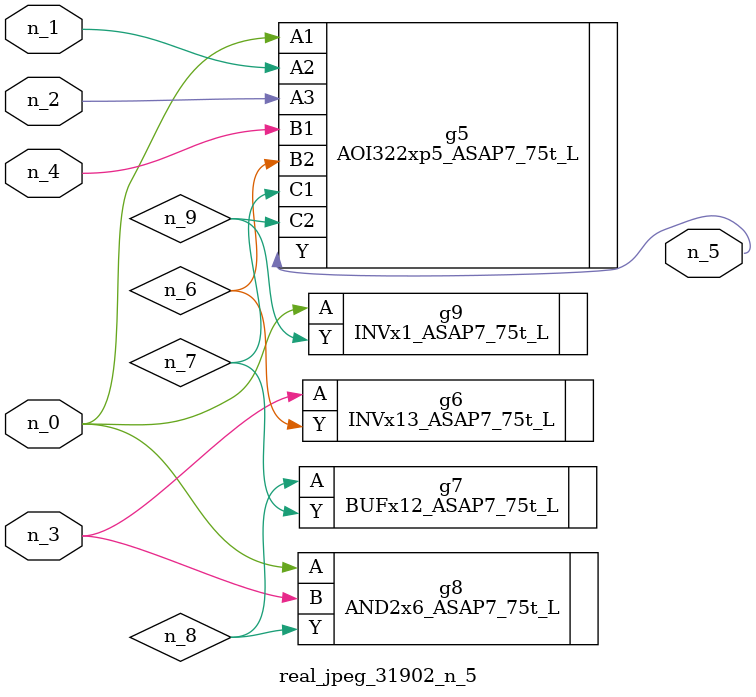
<source format=v>
module real_jpeg_31902_n_5 (n_4, n_0, n_1, n_2, n_3, n_5);

input n_4;
input n_0;
input n_1;
input n_2;
input n_3;

output n_5;

wire n_8;
wire n_6;
wire n_7;
wire n_9;

AOI322xp5_ASAP7_75t_L g5 ( 
.A1(n_0),
.A2(n_1),
.A3(n_2),
.B1(n_4),
.B2(n_6),
.C1(n_7),
.C2(n_9),
.Y(n_5)
);

AND2x6_ASAP7_75t_L g8 ( 
.A(n_0),
.B(n_3),
.Y(n_8)
);

INVx1_ASAP7_75t_L g9 ( 
.A(n_0),
.Y(n_9)
);

INVx13_ASAP7_75t_L g6 ( 
.A(n_3),
.Y(n_6)
);

BUFx12_ASAP7_75t_L g7 ( 
.A(n_8),
.Y(n_7)
);


endmodule
</source>
